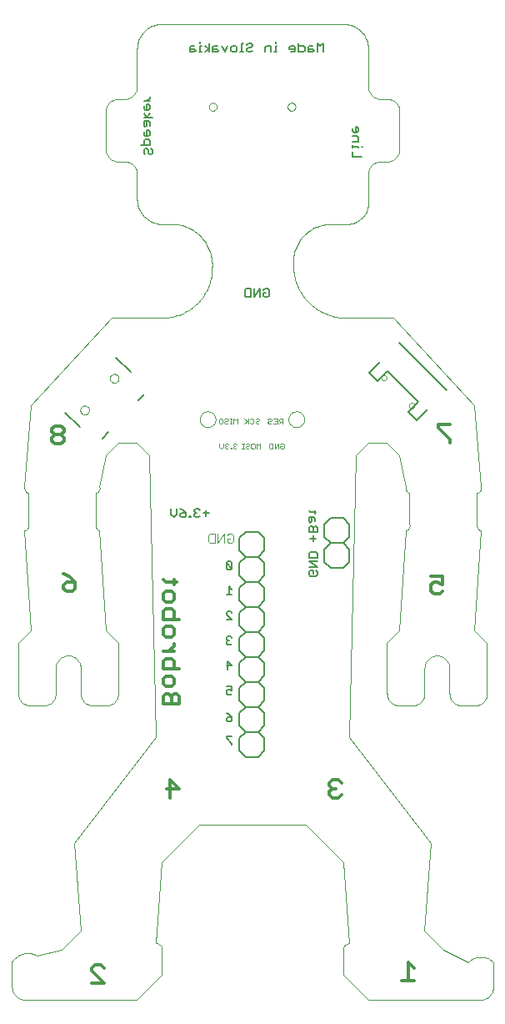
<source format=gbo>
G75*
%MOIN*%
%OFA0B0*%
%FSLAX24Y24*%
%IPPOS*%
%LPD*%
%AMOC8*
5,1,8,0,0,1.08239X$1,22.5*
%
%ADD10C,0.0020*%
%ADD11C,0.0060*%
%ADD12C,0.0040*%
%ADD13C,0.0000*%
%ADD14C,0.0140*%
%ADD15C,0.0050*%
%ADD16C,0.0120*%
%ADD17C,0.0080*%
D10*
X008472Y022110D02*
X008399Y022184D01*
X008399Y022331D01*
X008545Y022331D02*
X008545Y022184D01*
X008472Y022110D01*
X008620Y022147D02*
X008656Y022110D01*
X008730Y022110D01*
X008766Y022147D01*
X008840Y022147D02*
X008840Y022110D01*
X008877Y022110D01*
X008877Y022147D01*
X008840Y022147D01*
X008951Y022147D02*
X008988Y022110D01*
X009061Y022110D01*
X009098Y022147D01*
X009024Y022221D02*
X008988Y022221D01*
X008951Y022184D01*
X008951Y022147D01*
X008988Y022221D02*
X008951Y022257D01*
X008951Y022294D01*
X008988Y022331D01*
X009061Y022331D01*
X009098Y022294D01*
X009299Y022331D02*
X009372Y022331D01*
X009336Y022331D02*
X009336Y022110D01*
X009372Y022110D02*
X009299Y022110D01*
X009447Y022147D02*
X009483Y022110D01*
X009557Y022110D01*
X009593Y022147D01*
X009668Y022147D02*
X009668Y022294D01*
X009704Y022331D01*
X009778Y022331D01*
X009814Y022294D01*
X009814Y022147D01*
X009778Y022110D01*
X009704Y022110D01*
X009668Y022147D01*
X009593Y022257D02*
X009557Y022221D01*
X009483Y022221D01*
X009447Y022184D01*
X009447Y022147D01*
X009447Y022294D02*
X009483Y022331D01*
X009557Y022331D01*
X009593Y022294D01*
X009593Y022257D01*
X009889Y022331D02*
X009889Y022110D01*
X010035Y022110D02*
X010035Y022331D01*
X009962Y022257D01*
X009889Y022331D01*
X010384Y022294D02*
X010421Y022331D01*
X010531Y022331D01*
X010531Y022110D01*
X010421Y022110D01*
X010384Y022147D01*
X010384Y022294D01*
X010605Y022331D02*
X010605Y022110D01*
X010752Y022331D01*
X010752Y022110D01*
X010826Y022147D02*
X010826Y022221D01*
X010899Y022221D01*
X010826Y022294D02*
X010863Y022331D01*
X010936Y022331D01*
X010973Y022294D01*
X010973Y022147D01*
X010936Y022110D01*
X010863Y022110D01*
X010826Y022147D01*
X010776Y023110D02*
X010849Y023184D01*
X010813Y023184D02*
X010923Y023184D01*
X010923Y023110D02*
X010923Y023331D01*
X010813Y023331D01*
X010776Y023294D01*
X010776Y023221D01*
X010813Y023184D01*
X010702Y023221D02*
X010628Y023221D01*
X010555Y023331D02*
X010702Y023331D01*
X010702Y023110D01*
X010555Y023110D01*
X010481Y023147D02*
X010444Y023110D01*
X010371Y023110D01*
X010334Y023147D01*
X010334Y023184D01*
X010371Y023221D01*
X010444Y023221D01*
X010481Y023257D01*
X010481Y023294D01*
X010444Y023331D01*
X010371Y023331D01*
X010334Y023294D01*
X009985Y023294D02*
X009985Y023257D01*
X009949Y023221D01*
X009875Y023221D01*
X009839Y023184D01*
X009839Y023147D01*
X009875Y023110D01*
X009949Y023110D01*
X009985Y023147D01*
X009985Y023294D02*
X009949Y023331D01*
X009875Y023331D01*
X009839Y023294D01*
X009764Y023294D02*
X009764Y023147D01*
X009728Y023110D01*
X009654Y023110D01*
X009618Y023147D01*
X009543Y023110D02*
X009543Y023331D01*
X009618Y023294D02*
X009654Y023331D01*
X009728Y023331D01*
X009764Y023294D01*
X009543Y023184D02*
X009397Y023331D01*
X009507Y023221D02*
X009397Y023110D01*
X009110Y023110D02*
X009110Y023331D01*
X009037Y023257D01*
X008964Y023331D01*
X008964Y023110D01*
X008889Y023110D02*
X008816Y023110D01*
X008853Y023110D02*
X008853Y023331D01*
X008889Y023331D02*
X008816Y023331D01*
X008742Y023294D02*
X008742Y023257D01*
X008705Y023221D01*
X008632Y023221D01*
X008595Y023184D01*
X008595Y023147D01*
X008632Y023110D01*
X008705Y023110D01*
X008742Y023147D01*
X008742Y023294D02*
X008705Y023331D01*
X008632Y023331D01*
X008595Y023294D01*
X008521Y023294D02*
X008521Y023147D01*
X008484Y023110D01*
X008411Y023110D01*
X008374Y023147D01*
X008374Y023294D01*
X008411Y023331D01*
X008484Y023331D01*
X008521Y023294D01*
X008656Y022331D02*
X008620Y022294D01*
X008620Y022257D01*
X008656Y022221D01*
X008620Y022184D01*
X008620Y022147D01*
X008656Y022221D02*
X008693Y022221D01*
X008766Y022294D02*
X008730Y022331D01*
X008656Y022331D01*
D11*
X009450Y018800D02*
X009200Y018550D01*
X009200Y018050D01*
X009450Y017800D01*
X009200Y017550D01*
X009200Y017050D01*
X009450Y016800D01*
X009950Y016800D01*
X010200Y017050D01*
X010200Y017550D01*
X009950Y017800D01*
X010200Y018050D01*
X010200Y018550D01*
X009950Y018800D01*
X009450Y018800D01*
X009450Y017800D02*
X009950Y017800D01*
X009950Y016800D02*
X010200Y016550D01*
X010200Y016050D01*
X009950Y015800D01*
X010200Y015550D01*
X010200Y015050D01*
X009950Y014800D01*
X010200Y014550D01*
X010200Y014050D01*
X009950Y013800D01*
X009450Y013800D01*
X009200Y014050D01*
X009200Y014550D01*
X009450Y014800D01*
X009950Y014800D01*
X009950Y013800D02*
X010200Y013550D01*
X010200Y013050D01*
X009950Y012800D01*
X010200Y012550D01*
X010200Y012050D01*
X009950Y011800D01*
X010200Y011550D01*
X010200Y011050D01*
X009950Y010800D01*
X010200Y010550D01*
X010200Y010050D01*
X009950Y009800D01*
X009450Y009800D01*
X009200Y010050D01*
X009200Y010550D01*
X009450Y010800D01*
X009950Y010800D01*
X009450Y010800D02*
X009200Y011050D01*
X009200Y011550D01*
X009450Y011800D01*
X009950Y011800D01*
X009950Y012800D02*
X009450Y012800D01*
X009200Y012550D01*
X009200Y012050D01*
X009450Y011800D01*
X008901Y011383D02*
X008901Y011269D01*
X008845Y011213D01*
X008731Y011213D01*
X008674Y011269D01*
X008674Y011326D01*
X008731Y011383D01*
X008901Y011383D01*
X008788Y011496D01*
X008674Y011553D01*
X008731Y012275D02*
X008845Y012275D01*
X008901Y012332D01*
X008901Y012445D02*
X008788Y012502D01*
X008731Y012502D01*
X008674Y012445D01*
X008674Y012332D01*
X008731Y012275D01*
X008901Y012445D02*
X008901Y012615D01*
X008674Y012615D01*
X008731Y013275D02*
X008731Y013615D01*
X008901Y013445D01*
X008674Y013445D01*
X009200Y013550D02*
X009200Y013050D01*
X009450Y012800D01*
X009200Y013550D02*
X009450Y013800D01*
X008901Y014332D02*
X008845Y014275D01*
X008731Y014275D01*
X008674Y014332D01*
X008674Y014389D01*
X008731Y014445D01*
X008788Y014445D01*
X008731Y014445D02*
X008674Y014502D01*
X008674Y014559D01*
X008731Y014615D01*
X008845Y014615D01*
X008901Y014559D01*
X009200Y015050D02*
X009450Y014800D01*
X009200Y015050D02*
X009200Y015550D01*
X009450Y015800D01*
X009950Y015800D01*
X009450Y015800D02*
X009200Y016050D01*
X009200Y016550D01*
X009450Y016800D01*
X008901Y016502D02*
X008788Y016615D01*
X008788Y016275D01*
X008901Y016275D02*
X008674Y016275D01*
X008731Y015615D02*
X008845Y015615D01*
X008901Y015559D01*
X008731Y015615D02*
X008674Y015559D01*
X008674Y015502D01*
X008901Y015275D01*
X008674Y015275D01*
X008731Y017275D02*
X008845Y017275D01*
X008901Y017332D01*
X008674Y017559D01*
X008674Y017332D01*
X008731Y017275D01*
X008901Y017332D02*
X008901Y017559D01*
X008845Y017615D01*
X008731Y017615D01*
X008674Y017559D01*
X008674Y010615D02*
X008674Y010559D01*
X008901Y010332D01*
X008901Y010275D01*
X008901Y010615D02*
X008674Y010615D01*
X012850Y017350D02*
X012600Y017600D01*
X012600Y018100D01*
X012850Y018350D01*
X013350Y018350D01*
X013600Y018100D01*
X013600Y017600D01*
X013350Y017350D01*
X012850Y017350D01*
X012850Y018350D02*
X012600Y018600D01*
X012600Y019100D01*
X012850Y019350D01*
X013350Y019350D01*
X013600Y019100D01*
X013600Y018600D01*
X013350Y018350D01*
D12*
X008942Y018413D02*
X008882Y018353D01*
X008762Y018353D01*
X008702Y018413D01*
X008702Y018533D01*
X008822Y018533D01*
X008942Y018653D02*
X008942Y018413D01*
X008942Y018653D02*
X008882Y018713D01*
X008762Y018713D01*
X008702Y018653D01*
X008574Y018713D02*
X008574Y018353D01*
X008333Y018353D02*
X008333Y018713D01*
X008205Y018713D02*
X008205Y018353D01*
X008025Y018353D01*
X007965Y018413D01*
X007965Y018653D01*
X008025Y018713D01*
X008205Y018713D01*
X008574Y018713D02*
X008333Y018353D01*
D13*
X000100Y001600D02*
X000100Y000600D01*
X000102Y000556D01*
X000108Y000513D01*
X000117Y000471D01*
X000130Y000429D01*
X000147Y000389D01*
X000167Y000350D01*
X000190Y000313D01*
X000217Y000279D01*
X000246Y000246D01*
X000279Y000217D01*
X000313Y000190D01*
X000350Y000167D01*
X000389Y000147D01*
X000429Y000130D01*
X000471Y000117D01*
X000513Y000108D01*
X000556Y000102D01*
X000600Y000100D01*
X005100Y000100D01*
X006100Y001100D01*
X006100Y002100D01*
X006098Y002130D01*
X006093Y002160D01*
X006084Y002189D01*
X006071Y002216D01*
X006056Y002242D01*
X006037Y002266D01*
X006016Y002287D01*
X005992Y002306D01*
X005966Y002321D01*
X005939Y002334D01*
X005910Y002343D01*
X005880Y002348D01*
X005850Y002350D01*
X006100Y005600D01*
X007600Y007100D01*
X011850Y007100D01*
X013350Y005600D01*
X013600Y002350D01*
X013570Y002348D01*
X013540Y002343D01*
X013511Y002334D01*
X013484Y002321D01*
X013458Y002306D01*
X013434Y002287D01*
X013413Y002266D01*
X013394Y002242D01*
X013379Y002216D01*
X013366Y002189D01*
X013357Y002160D01*
X013352Y002130D01*
X013350Y002100D01*
X013350Y001100D01*
X014350Y000100D01*
X018850Y000100D01*
X018894Y000102D01*
X018937Y000108D01*
X018979Y000117D01*
X019021Y000130D01*
X019061Y000147D01*
X019100Y000167D01*
X019137Y000190D01*
X019171Y000217D01*
X019204Y000246D01*
X019233Y000279D01*
X019260Y000313D01*
X019283Y000350D01*
X019303Y000389D01*
X019320Y000429D01*
X019333Y000471D01*
X019342Y000513D01*
X019348Y000556D01*
X019350Y000600D01*
X019350Y001600D01*
X019313Y001634D01*
X019274Y001666D01*
X019232Y001695D01*
X019189Y001721D01*
X019144Y001743D01*
X019097Y001762D01*
X019049Y001778D01*
X019000Y001791D01*
X018951Y001800D01*
X018900Y001805D01*
X018850Y001807D01*
X018800Y001805D01*
X018749Y001800D01*
X018700Y001791D01*
X018651Y001778D01*
X018603Y001762D01*
X018556Y001743D01*
X018511Y001721D01*
X018468Y001695D01*
X018426Y001666D01*
X018387Y001634D01*
X018350Y001600D01*
X017350Y002100D01*
X016600Y002850D01*
X016850Y006350D01*
X013600Y010600D01*
X013850Y021850D01*
X014350Y022350D01*
X015100Y022350D01*
X015600Y021850D01*
X015850Y020600D01*
X015845Y020573D01*
X015844Y020547D01*
X015846Y020520D01*
X015852Y020493D01*
X015861Y020468D01*
X015873Y020444D01*
X015889Y020422D01*
X015907Y020402D01*
X015927Y020384D01*
X015950Y020370D01*
X015974Y020358D01*
X016000Y020350D01*
X016000Y019100D01*
X016005Y019073D01*
X016006Y019047D01*
X016004Y019020D01*
X015998Y018993D01*
X015989Y018968D01*
X015977Y018944D01*
X015961Y018922D01*
X015943Y018902D01*
X015923Y018884D01*
X015900Y018870D01*
X015876Y018858D01*
X015850Y018850D01*
X015600Y014850D01*
X015100Y014350D01*
X015100Y012350D01*
X015102Y012306D01*
X015108Y012263D01*
X015117Y012221D01*
X015130Y012179D01*
X015147Y012139D01*
X015167Y012100D01*
X015190Y012063D01*
X015217Y012029D01*
X015246Y011996D01*
X015279Y011967D01*
X015313Y011940D01*
X015350Y011917D01*
X015389Y011897D01*
X015429Y011880D01*
X015471Y011867D01*
X015513Y011858D01*
X015556Y011852D01*
X015600Y011850D01*
X016100Y011850D01*
X016144Y011852D01*
X016187Y011858D01*
X016229Y011867D01*
X016271Y011880D01*
X016311Y011897D01*
X016350Y011917D01*
X016387Y011940D01*
X016421Y011967D01*
X016454Y011996D01*
X016483Y012029D01*
X016510Y012063D01*
X016533Y012100D01*
X016553Y012139D01*
X016570Y012179D01*
X016583Y012221D01*
X016592Y012263D01*
X016598Y012306D01*
X016600Y012350D01*
X016600Y013350D01*
X017100Y013850D02*
X017144Y013848D01*
X017187Y013842D01*
X017229Y013833D01*
X017271Y013820D01*
X017311Y013803D01*
X017350Y013783D01*
X017387Y013760D01*
X017421Y013733D01*
X017454Y013704D01*
X017483Y013671D01*
X017510Y013637D01*
X017533Y013600D01*
X017553Y013561D01*
X017570Y013521D01*
X017583Y013479D01*
X017592Y013437D01*
X017598Y013394D01*
X017600Y013350D01*
X017600Y012350D01*
X017602Y012306D01*
X017608Y012263D01*
X017617Y012221D01*
X017630Y012179D01*
X017647Y012139D01*
X017667Y012100D01*
X017690Y012063D01*
X017717Y012029D01*
X017746Y011996D01*
X017779Y011967D01*
X017813Y011940D01*
X017850Y011917D01*
X017889Y011897D01*
X017929Y011880D01*
X017971Y011867D01*
X018013Y011858D01*
X018056Y011852D01*
X018100Y011850D01*
X018600Y011850D01*
X018644Y011852D01*
X018687Y011858D01*
X018729Y011867D01*
X018771Y011880D01*
X018811Y011897D01*
X018850Y011917D01*
X018887Y011940D01*
X018921Y011967D01*
X018954Y011996D01*
X018983Y012029D01*
X019010Y012063D01*
X019033Y012100D01*
X019053Y012139D01*
X019070Y012179D01*
X019083Y012221D01*
X019092Y012263D01*
X019098Y012306D01*
X019100Y012350D01*
X019100Y014350D01*
X018600Y014850D01*
X018850Y018850D01*
X018824Y018858D01*
X018800Y018870D01*
X018777Y018884D01*
X018757Y018902D01*
X018739Y018922D01*
X018723Y018944D01*
X018711Y018968D01*
X018702Y018993D01*
X018696Y019020D01*
X018694Y019047D01*
X018695Y019073D01*
X018700Y019100D01*
X018700Y020350D01*
X018726Y020358D01*
X018750Y020370D01*
X018773Y020384D01*
X018793Y020402D01*
X018811Y020422D01*
X018827Y020444D01*
X018839Y020468D01*
X018848Y020493D01*
X018854Y020520D01*
X018856Y020547D01*
X018855Y020573D01*
X018850Y020600D01*
X018600Y023850D01*
X015350Y027350D01*
X013350Y027350D01*
X013260Y027357D01*
X013170Y027368D01*
X013081Y027383D01*
X012993Y027401D01*
X012905Y027424D01*
X012818Y027450D01*
X012733Y027479D01*
X012649Y027513D01*
X012567Y027550D01*
X012486Y027590D01*
X012407Y027634D01*
X012329Y027681D01*
X012254Y027731D01*
X012181Y027784D01*
X012111Y027841D01*
X012043Y027900D01*
X011977Y027962D01*
X011914Y028027D01*
X011854Y028095D01*
X011797Y028165D01*
X011743Y028237D01*
X011692Y028312D01*
X011644Y028388D01*
X011600Y028467D01*
X011559Y028548D01*
X011521Y028630D01*
X011487Y028713D01*
X011456Y028799D01*
X011429Y028885D01*
X011406Y028972D01*
X011387Y029060D01*
X011371Y029149D01*
X011359Y029239D01*
X011351Y029329D01*
X011347Y029419D01*
X011346Y029510D01*
X011350Y029600D01*
X011352Y029676D01*
X011358Y029752D01*
X011367Y029827D01*
X011381Y029902D01*
X011398Y029976D01*
X011419Y030049D01*
X011443Y030121D01*
X011472Y030192D01*
X011503Y030261D01*
X011538Y030328D01*
X011577Y030393D01*
X011619Y030457D01*
X011664Y030518D01*
X011712Y030577D01*
X011763Y030633D01*
X011817Y030687D01*
X011873Y030738D01*
X011932Y030786D01*
X011993Y030831D01*
X012057Y030873D01*
X012122Y030912D01*
X012189Y030947D01*
X012258Y030978D01*
X012329Y031007D01*
X012401Y031031D01*
X012474Y031052D01*
X012548Y031069D01*
X012623Y031083D01*
X012698Y031092D01*
X012774Y031098D01*
X012850Y031100D01*
X013600Y031100D01*
X013657Y031110D01*
X013713Y031124D01*
X013768Y031141D01*
X013822Y031162D01*
X013875Y031187D01*
X013925Y031214D01*
X013974Y031245D01*
X014021Y031280D01*
X014065Y031317D01*
X014107Y031357D01*
X014146Y031399D01*
X014182Y031445D01*
X014215Y031492D01*
X014245Y031541D01*
X014272Y031593D01*
X014295Y031646D01*
X014315Y031700D01*
X014331Y031756D01*
X014344Y031812D01*
X014353Y031869D01*
X014358Y031927D01*
X014359Y031985D01*
X014356Y032043D01*
X014350Y032100D01*
X014350Y033100D01*
X014352Y033144D01*
X014358Y033187D01*
X014367Y033229D01*
X014380Y033271D01*
X014397Y033311D01*
X014417Y033350D01*
X014440Y033387D01*
X014467Y033421D01*
X014496Y033454D01*
X014529Y033483D01*
X014563Y033510D01*
X014600Y033533D01*
X014639Y033553D01*
X014679Y033570D01*
X014721Y033583D01*
X014763Y033592D01*
X014806Y033598D01*
X014850Y033600D01*
X015100Y033600D01*
X015144Y033602D01*
X015187Y033608D01*
X015229Y033617D01*
X015271Y033630D01*
X015311Y033647D01*
X015350Y033667D01*
X015387Y033690D01*
X015421Y033717D01*
X015454Y033746D01*
X015483Y033779D01*
X015510Y033813D01*
X015533Y033850D01*
X015553Y033889D01*
X015570Y033929D01*
X015583Y033971D01*
X015592Y034013D01*
X015598Y034056D01*
X015600Y034100D01*
X015600Y035600D01*
X015598Y035644D01*
X015592Y035687D01*
X015583Y035729D01*
X015570Y035771D01*
X015553Y035811D01*
X015533Y035850D01*
X015510Y035887D01*
X015483Y035921D01*
X015454Y035954D01*
X015421Y035983D01*
X015387Y036010D01*
X015350Y036033D01*
X015311Y036053D01*
X015271Y036070D01*
X015229Y036083D01*
X015187Y036092D01*
X015144Y036098D01*
X015100Y036100D01*
X014850Y036100D01*
X014806Y036102D01*
X014763Y036108D01*
X014721Y036117D01*
X014679Y036130D01*
X014639Y036147D01*
X014600Y036167D01*
X014563Y036190D01*
X014529Y036217D01*
X014496Y036246D01*
X014467Y036279D01*
X014440Y036313D01*
X014417Y036350D01*
X014397Y036389D01*
X014380Y036429D01*
X014367Y036471D01*
X014358Y036513D01*
X014352Y036556D01*
X014350Y036600D01*
X014350Y038100D01*
X014348Y038160D01*
X014343Y038221D01*
X014334Y038280D01*
X014321Y038339D01*
X014305Y038398D01*
X014285Y038455D01*
X014262Y038510D01*
X014235Y038565D01*
X014206Y038617D01*
X014173Y038668D01*
X014137Y038717D01*
X014099Y038763D01*
X014057Y038807D01*
X014013Y038849D01*
X013967Y038887D01*
X013918Y038923D01*
X013867Y038956D01*
X013815Y038985D01*
X013760Y039012D01*
X013705Y039035D01*
X013648Y039055D01*
X013589Y039071D01*
X013530Y039084D01*
X013471Y039093D01*
X013410Y039098D01*
X013350Y039100D01*
X006100Y039100D01*
X006040Y039098D01*
X005979Y039093D01*
X005920Y039084D01*
X005861Y039071D01*
X005802Y039055D01*
X005745Y039035D01*
X005690Y039012D01*
X005635Y038985D01*
X005583Y038956D01*
X005532Y038923D01*
X005483Y038887D01*
X005437Y038849D01*
X005393Y038807D01*
X005351Y038763D01*
X005313Y038717D01*
X005277Y038668D01*
X005244Y038617D01*
X005215Y038565D01*
X005188Y038510D01*
X005165Y038455D01*
X005145Y038398D01*
X005129Y038339D01*
X005116Y038280D01*
X005107Y038221D01*
X005102Y038160D01*
X005100Y038100D01*
X005100Y036600D01*
X005098Y036556D01*
X005092Y036513D01*
X005083Y036471D01*
X005070Y036429D01*
X005053Y036389D01*
X005033Y036350D01*
X005010Y036313D01*
X004983Y036279D01*
X004954Y036246D01*
X004921Y036217D01*
X004887Y036190D01*
X004850Y036167D01*
X004811Y036147D01*
X004771Y036130D01*
X004729Y036117D01*
X004687Y036108D01*
X004644Y036102D01*
X004600Y036100D01*
X004350Y036100D01*
X004306Y036098D01*
X004263Y036092D01*
X004221Y036083D01*
X004179Y036070D01*
X004139Y036053D01*
X004100Y036033D01*
X004063Y036010D01*
X004029Y035983D01*
X003996Y035954D01*
X003967Y035921D01*
X003940Y035887D01*
X003917Y035850D01*
X003897Y035811D01*
X003880Y035771D01*
X003867Y035729D01*
X003858Y035687D01*
X003852Y035644D01*
X003850Y035600D01*
X003850Y034100D01*
X003852Y034056D01*
X003858Y034013D01*
X003867Y033971D01*
X003880Y033929D01*
X003897Y033889D01*
X003917Y033850D01*
X003940Y033813D01*
X003967Y033779D01*
X003996Y033746D01*
X004029Y033717D01*
X004063Y033690D01*
X004100Y033667D01*
X004139Y033647D01*
X004179Y033630D01*
X004221Y033617D01*
X004263Y033608D01*
X004306Y033602D01*
X004350Y033600D01*
X004600Y033600D01*
X004644Y033598D01*
X004687Y033592D01*
X004729Y033583D01*
X004771Y033570D01*
X004811Y033553D01*
X004850Y033533D01*
X004887Y033510D01*
X004921Y033483D01*
X004954Y033454D01*
X004983Y033421D01*
X005010Y033387D01*
X005033Y033350D01*
X005053Y033311D01*
X005070Y033271D01*
X005083Y033229D01*
X005092Y033187D01*
X005098Y033144D01*
X005100Y033100D01*
X005100Y032100D01*
X005102Y032040D01*
X005107Y031979D01*
X005116Y031920D01*
X005129Y031861D01*
X005145Y031802D01*
X005165Y031745D01*
X005188Y031690D01*
X005215Y031635D01*
X005244Y031583D01*
X005277Y031532D01*
X005313Y031483D01*
X005351Y031437D01*
X005393Y031393D01*
X005437Y031351D01*
X005483Y031313D01*
X005532Y031277D01*
X005583Y031244D01*
X005635Y031215D01*
X005690Y031188D01*
X005745Y031165D01*
X005802Y031145D01*
X005861Y031129D01*
X005920Y031116D01*
X005979Y031107D01*
X006040Y031102D01*
X006100Y031100D01*
X006600Y031100D01*
X006680Y031092D01*
X006759Y031080D01*
X006837Y031064D01*
X006915Y031045D01*
X006991Y031021D01*
X007066Y030994D01*
X007140Y030963D01*
X007212Y030929D01*
X007283Y030891D01*
X007351Y030849D01*
X007418Y030805D01*
X007482Y030757D01*
X007544Y030706D01*
X007603Y030652D01*
X007659Y030595D01*
X007713Y030536D01*
X007763Y030474D01*
X007811Y030409D01*
X007855Y030343D01*
X007896Y030274D01*
X007933Y030203D01*
X007967Y030131D01*
X007998Y030057D01*
X008024Y029981D01*
X008047Y029905D01*
X008067Y029827D01*
X008082Y029749D01*
X008093Y029669D01*
X008101Y029590D01*
X008105Y029510D01*
X008104Y029430D01*
X008100Y029350D01*
X008098Y029263D01*
X008092Y029176D01*
X008083Y029089D01*
X008070Y029003D01*
X008053Y028917D01*
X008032Y028832D01*
X008007Y028749D01*
X007979Y028666D01*
X007948Y028585D01*
X007913Y028505D01*
X007874Y028427D01*
X007832Y028350D01*
X007787Y028275D01*
X007738Y028203D01*
X007687Y028132D01*
X007632Y028064D01*
X007575Y027999D01*
X007514Y027936D01*
X007451Y027875D01*
X007386Y027818D01*
X007318Y027763D01*
X007247Y027712D01*
X007175Y027663D01*
X007100Y027618D01*
X007023Y027576D01*
X006945Y027537D01*
X006865Y027502D01*
X006784Y027471D01*
X006701Y027443D01*
X006618Y027418D01*
X006533Y027397D01*
X006447Y027380D01*
X006361Y027367D01*
X006274Y027358D01*
X006187Y027352D01*
X006100Y027350D01*
X004100Y027350D01*
X000850Y023850D01*
X000600Y020600D01*
X000595Y020573D01*
X000594Y020547D01*
X000596Y020520D01*
X000602Y020493D01*
X000611Y020468D01*
X000623Y020444D01*
X000639Y020422D01*
X000657Y020402D01*
X000677Y020384D01*
X000700Y020370D01*
X000724Y020358D01*
X000750Y020350D01*
X000750Y019100D01*
X000755Y019073D01*
X000756Y019047D01*
X000754Y019020D01*
X000748Y018993D01*
X000739Y018968D01*
X000727Y018944D01*
X000711Y018922D01*
X000693Y018902D01*
X000673Y018884D01*
X000650Y018870D01*
X000626Y018858D01*
X000600Y018850D01*
X000850Y014850D01*
X000350Y014350D01*
X000350Y012350D01*
X000352Y012306D01*
X000358Y012263D01*
X000367Y012221D01*
X000380Y012179D01*
X000397Y012139D01*
X000417Y012100D01*
X000440Y012063D01*
X000467Y012029D01*
X000496Y011996D01*
X000529Y011967D01*
X000563Y011940D01*
X000600Y011917D01*
X000639Y011897D01*
X000679Y011880D01*
X000721Y011867D01*
X000763Y011858D01*
X000806Y011852D01*
X000850Y011850D01*
X001350Y011850D01*
X001394Y011852D01*
X001437Y011858D01*
X001479Y011867D01*
X001521Y011880D01*
X001561Y011897D01*
X001600Y011917D01*
X001637Y011940D01*
X001671Y011967D01*
X001704Y011996D01*
X001733Y012029D01*
X001760Y012063D01*
X001783Y012100D01*
X001803Y012139D01*
X001820Y012179D01*
X001833Y012221D01*
X001842Y012263D01*
X001848Y012306D01*
X001850Y012350D01*
X001850Y013350D01*
X001852Y013394D01*
X001858Y013437D01*
X001867Y013479D01*
X001880Y013521D01*
X001897Y013561D01*
X001917Y013600D01*
X001940Y013637D01*
X001967Y013671D01*
X001996Y013704D01*
X002029Y013733D01*
X002063Y013760D01*
X002100Y013783D01*
X002139Y013803D01*
X002179Y013820D01*
X002221Y013833D01*
X002263Y013842D01*
X002306Y013848D01*
X002350Y013850D01*
X002394Y013848D01*
X002437Y013842D01*
X002479Y013833D01*
X002521Y013820D01*
X002561Y013803D01*
X002600Y013783D01*
X002637Y013760D01*
X002671Y013733D01*
X002704Y013704D01*
X002733Y013671D01*
X002760Y013637D01*
X002783Y013600D01*
X002803Y013561D01*
X002820Y013521D01*
X002833Y013479D01*
X002842Y013437D01*
X002848Y013394D01*
X002850Y013350D01*
X002850Y012350D01*
X002852Y012306D01*
X002858Y012263D01*
X002867Y012221D01*
X002880Y012179D01*
X002897Y012139D01*
X002917Y012100D01*
X002940Y012063D01*
X002967Y012029D01*
X002996Y011996D01*
X003029Y011967D01*
X003063Y011940D01*
X003100Y011917D01*
X003139Y011897D01*
X003179Y011880D01*
X003221Y011867D01*
X003263Y011858D01*
X003306Y011852D01*
X003350Y011850D01*
X003850Y011850D01*
X003894Y011852D01*
X003937Y011858D01*
X003979Y011867D01*
X004021Y011880D01*
X004061Y011897D01*
X004100Y011917D01*
X004137Y011940D01*
X004171Y011967D01*
X004204Y011996D01*
X004233Y012029D01*
X004260Y012063D01*
X004283Y012100D01*
X004303Y012139D01*
X004320Y012179D01*
X004333Y012221D01*
X004342Y012263D01*
X004348Y012306D01*
X004350Y012350D01*
X004350Y014350D01*
X003850Y014850D01*
X003600Y018850D01*
X003574Y018858D01*
X003550Y018870D01*
X003527Y018884D01*
X003507Y018902D01*
X003489Y018922D01*
X003473Y018944D01*
X003461Y018968D01*
X003452Y018993D01*
X003446Y019020D01*
X003444Y019047D01*
X003445Y019073D01*
X003450Y019100D01*
X003450Y020350D01*
X003476Y020358D01*
X003500Y020370D01*
X003523Y020384D01*
X003543Y020402D01*
X003561Y020422D01*
X003577Y020444D01*
X003589Y020468D01*
X003598Y020493D01*
X003604Y020520D01*
X003606Y020547D01*
X003605Y020573D01*
X003600Y020600D01*
X003850Y021850D01*
X004350Y022350D01*
X005100Y022350D01*
X005600Y021850D01*
X005850Y010600D01*
X002600Y006350D01*
X002850Y002850D01*
X002100Y002100D01*
X001100Y001850D01*
X001055Y001875D01*
X001007Y001897D01*
X000959Y001916D01*
X000909Y001930D01*
X000858Y001942D01*
X000806Y001949D01*
X000755Y001953D01*
X000703Y001954D01*
X000651Y001950D01*
X000599Y001943D01*
X000548Y001932D01*
X000498Y001918D01*
X000449Y001900D01*
X000402Y001878D01*
X000356Y001854D01*
X000312Y001826D01*
X000270Y001795D01*
X000231Y001761D01*
X000194Y001724D01*
X000160Y001685D01*
X000128Y001644D01*
X000100Y001600D01*
X007613Y023300D02*
X007615Y023335D01*
X007621Y023370D01*
X007631Y023404D01*
X007644Y023437D01*
X007661Y023468D01*
X007682Y023496D01*
X007705Y023523D01*
X007732Y023546D01*
X007760Y023567D01*
X007791Y023584D01*
X007824Y023597D01*
X007858Y023607D01*
X007893Y023613D01*
X007928Y023615D01*
X007963Y023613D01*
X007998Y023607D01*
X008032Y023597D01*
X008065Y023584D01*
X008096Y023567D01*
X008124Y023546D01*
X008151Y023523D01*
X008174Y023496D01*
X008195Y023468D01*
X008212Y023437D01*
X008225Y023404D01*
X008235Y023370D01*
X008241Y023335D01*
X008243Y023300D01*
X008241Y023265D01*
X008235Y023230D01*
X008225Y023196D01*
X008212Y023163D01*
X008195Y023132D01*
X008174Y023104D01*
X008151Y023077D01*
X008124Y023054D01*
X008096Y023033D01*
X008065Y023016D01*
X008032Y023003D01*
X007998Y022993D01*
X007963Y022987D01*
X007928Y022985D01*
X007893Y022987D01*
X007858Y022993D01*
X007824Y023003D01*
X007791Y023016D01*
X007760Y023033D01*
X007732Y023054D01*
X007705Y023077D01*
X007682Y023104D01*
X007661Y023132D01*
X007644Y023163D01*
X007631Y023196D01*
X007621Y023230D01*
X007615Y023265D01*
X007613Y023300D01*
X004014Y024933D02*
X004016Y024959D01*
X004022Y024985D01*
X004032Y025010D01*
X004045Y025033D01*
X004061Y025053D01*
X004081Y025071D01*
X004103Y025086D01*
X004126Y025098D01*
X004152Y025106D01*
X004178Y025110D01*
X004204Y025110D01*
X004230Y025106D01*
X004256Y025098D01*
X004280Y025086D01*
X004301Y025071D01*
X004321Y025053D01*
X004337Y025033D01*
X004350Y025010D01*
X004360Y024985D01*
X004366Y024959D01*
X004368Y024933D01*
X004366Y024907D01*
X004360Y024881D01*
X004350Y024856D01*
X004337Y024833D01*
X004321Y024813D01*
X004301Y024795D01*
X004279Y024780D01*
X004256Y024768D01*
X004230Y024760D01*
X004204Y024756D01*
X004178Y024756D01*
X004152Y024760D01*
X004126Y024768D01*
X004102Y024780D01*
X004081Y024795D01*
X004061Y024813D01*
X004045Y024833D01*
X004032Y024856D01*
X004022Y024881D01*
X004016Y024907D01*
X004014Y024933D01*
X002832Y023667D02*
X002834Y023693D01*
X002840Y023719D01*
X002850Y023744D01*
X002863Y023767D01*
X002879Y023787D01*
X002899Y023805D01*
X002921Y023820D01*
X002944Y023832D01*
X002970Y023840D01*
X002996Y023844D01*
X003022Y023844D01*
X003048Y023840D01*
X003074Y023832D01*
X003098Y023820D01*
X003119Y023805D01*
X003139Y023787D01*
X003155Y023767D01*
X003168Y023744D01*
X003178Y023719D01*
X003184Y023693D01*
X003186Y023667D01*
X003184Y023641D01*
X003178Y023615D01*
X003168Y023590D01*
X003155Y023567D01*
X003139Y023547D01*
X003119Y023529D01*
X003097Y023514D01*
X003074Y023502D01*
X003048Y023494D01*
X003022Y023490D01*
X002996Y023490D01*
X002970Y023494D01*
X002944Y023502D01*
X002920Y023514D01*
X002899Y023529D01*
X002879Y023547D01*
X002863Y023567D01*
X002850Y023590D01*
X002840Y023615D01*
X002834Y023641D01*
X002832Y023667D01*
X007973Y035788D02*
X007975Y035813D01*
X007981Y035837D01*
X007990Y035859D01*
X008003Y035880D01*
X008019Y035899D01*
X008038Y035915D01*
X008059Y035928D01*
X008081Y035937D01*
X008105Y035943D01*
X008130Y035945D01*
X008155Y035943D01*
X008179Y035937D01*
X008201Y035928D01*
X008222Y035915D01*
X008241Y035899D01*
X008257Y035880D01*
X008270Y035859D01*
X008279Y035837D01*
X008285Y035813D01*
X008287Y035788D01*
X008285Y035763D01*
X008279Y035739D01*
X008270Y035717D01*
X008257Y035696D01*
X008241Y035677D01*
X008222Y035661D01*
X008201Y035648D01*
X008179Y035639D01*
X008155Y035633D01*
X008130Y035631D01*
X008105Y035633D01*
X008081Y035639D01*
X008059Y035648D01*
X008038Y035661D01*
X008019Y035677D01*
X008003Y035696D01*
X007990Y035717D01*
X007981Y035739D01*
X007975Y035763D01*
X007973Y035788D01*
X011123Y035788D02*
X011125Y035813D01*
X011131Y035837D01*
X011140Y035859D01*
X011153Y035880D01*
X011169Y035899D01*
X011188Y035915D01*
X011209Y035928D01*
X011231Y035937D01*
X011255Y035943D01*
X011280Y035945D01*
X011305Y035943D01*
X011329Y035937D01*
X011351Y035928D01*
X011372Y035915D01*
X011391Y035899D01*
X011407Y035880D01*
X011420Y035859D01*
X011429Y035837D01*
X011435Y035813D01*
X011437Y035788D01*
X011435Y035763D01*
X011429Y035739D01*
X011420Y035717D01*
X011407Y035696D01*
X011391Y035677D01*
X011372Y035661D01*
X011351Y035648D01*
X011329Y035639D01*
X011305Y035633D01*
X011280Y035631D01*
X011255Y035633D01*
X011231Y035639D01*
X011209Y035648D01*
X011188Y035661D01*
X011169Y035677D01*
X011153Y035696D01*
X011140Y035717D01*
X011131Y035739D01*
X011125Y035763D01*
X011123Y035788D01*
X014867Y024958D02*
X014869Y024978D01*
X014875Y024998D01*
X014884Y025016D01*
X014897Y025033D01*
X014912Y025046D01*
X014930Y025056D01*
X014950Y025063D01*
X014970Y025066D01*
X014990Y025065D01*
X015010Y025060D01*
X015029Y025052D01*
X015046Y025040D01*
X015060Y025025D01*
X015071Y025007D01*
X015079Y024988D01*
X015083Y024968D01*
X015083Y024948D01*
X015079Y024928D01*
X015071Y024909D01*
X015060Y024891D01*
X015046Y024876D01*
X015029Y024864D01*
X015010Y024856D01*
X014990Y024851D01*
X014970Y024850D01*
X014950Y024853D01*
X014930Y024860D01*
X014912Y024870D01*
X014897Y024883D01*
X014884Y024900D01*
X014875Y024918D01*
X014869Y024938D01*
X014867Y024958D01*
X015980Y023845D02*
X015982Y023865D01*
X015988Y023885D01*
X015997Y023903D01*
X016010Y023920D01*
X016025Y023933D01*
X016043Y023943D01*
X016063Y023950D01*
X016083Y023953D01*
X016103Y023952D01*
X016123Y023947D01*
X016142Y023939D01*
X016159Y023927D01*
X016173Y023912D01*
X016184Y023894D01*
X016192Y023875D01*
X016196Y023855D01*
X016196Y023835D01*
X016192Y023815D01*
X016184Y023796D01*
X016173Y023778D01*
X016159Y023763D01*
X016142Y023751D01*
X016123Y023743D01*
X016103Y023738D01*
X016083Y023737D01*
X016063Y023740D01*
X016043Y023747D01*
X016025Y023757D01*
X016010Y023770D01*
X015997Y023787D01*
X015988Y023805D01*
X015982Y023825D01*
X015980Y023845D01*
X011157Y023300D02*
X011159Y023335D01*
X011165Y023370D01*
X011175Y023404D01*
X011188Y023437D01*
X011205Y023468D01*
X011226Y023496D01*
X011249Y023523D01*
X011276Y023546D01*
X011304Y023567D01*
X011335Y023584D01*
X011368Y023597D01*
X011402Y023607D01*
X011437Y023613D01*
X011472Y023615D01*
X011507Y023613D01*
X011542Y023607D01*
X011576Y023597D01*
X011609Y023584D01*
X011640Y023567D01*
X011668Y023546D01*
X011695Y023523D01*
X011718Y023496D01*
X011739Y023468D01*
X011756Y023437D01*
X011769Y023404D01*
X011779Y023370D01*
X011785Y023335D01*
X011787Y023300D01*
X011785Y023265D01*
X011779Y023230D01*
X011769Y023196D01*
X011756Y023163D01*
X011739Y023132D01*
X011718Y023104D01*
X011695Y023077D01*
X011668Y023054D01*
X011640Y023033D01*
X011609Y023016D01*
X011576Y023003D01*
X011542Y022993D01*
X011507Y022987D01*
X011472Y022985D01*
X011437Y022987D01*
X011402Y022993D01*
X011368Y023003D01*
X011335Y023016D01*
X011304Y023033D01*
X011276Y023054D01*
X011249Y023077D01*
X011226Y023104D01*
X011205Y023132D01*
X011188Y023163D01*
X011175Y023196D01*
X011165Y023230D01*
X011159Y023265D01*
X011157Y023300D01*
X017100Y013850D02*
X017056Y013848D01*
X017013Y013842D01*
X016971Y013833D01*
X016929Y013820D01*
X016889Y013803D01*
X016850Y013783D01*
X016813Y013760D01*
X016779Y013733D01*
X016746Y013704D01*
X016717Y013671D01*
X016690Y013637D01*
X016667Y013600D01*
X016647Y013561D01*
X016630Y013521D01*
X016617Y013479D01*
X016608Y013437D01*
X016602Y013394D01*
X016600Y013350D01*
D14*
X016970Y016320D02*
X016850Y016440D01*
X016850Y016680D01*
X016970Y016800D01*
X017090Y016800D01*
X017330Y016680D01*
X017330Y017041D01*
X016850Y017041D01*
X016970Y016320D02*
X017210Y016320D01*
X017330Y016440D01*
X017630Y022370D02*
X017630Y022490D01*
X017150Y022971D01*
X017150Y023091D01*
X017630Y023091D01*
X013160Y008891D02*
X012920Y008891D01*
X012800Y008771D01*
X012800Y008650D01*
X012920Y008530D01*
X012800Y008410D01*
X012800Y008290D01*
X012920Y008170D01*
X013160Y008170D01*
X013280Y008290D01*
X013040Y008530D02*
X012920Y008530D01*
X013280Y008771D02*
X013160Y008891D01*
X015940Y001591D02*
X015940Y000870D01*
X016180Y000870D02*
X015700Y000870D01*
X016180Y001350D02*
X015940Y001591D01*
X006780Y008530D02*
X006300Y008530D01*
X006420Y008170D02*
X006420Y008891D01*
X006780Y008530D01*
X003660Y001491D02*
X003420Y001491D01*
X003300Y001371D01*
X003300Y001250D01*
X003780Y000770D01*
X003300Y000770D01*
X003780Y001371D02*
X003660Y001491D01*
X002510Y016420D02*
X002270Y016420D01*
X002150Y016540D01*
X002150Y016660D01*
X002270Y016780D01*
X002630Y016780D01*
X002630Y016540D01*
X002510Y016420D01*
X002630Y016780D02*
X002390Y017021D01*
X002150Y017141D01*
X002060Y022320D02*
X001820Y022320D01*
X001700Y022440D01*
X001700Y022560D01*
X001820Y022680D01*
X002060Y022680D01*
X002180Y022800D01*
X002180Y022921D01*
X002060Y023041D01*
X001820Y023041D01*
X001700Y022921D01*
X001700Y022800D01*
X001820Y022680D01*
X002060Y022680D02*
X002180Y022560D01*
X002180Y022440D01*
X002060Y022320D01*
D15*
X006460Y019725D02*
X006460Y019492D01*
X006577Y019375D01*
X006693Y019492D01*
X006693Y019725D01*
X006828Y019725D02*
X006945Y019667D01*
X007062Y019550D01*
X006886Y019550D01*
X006828Y019492D01*
X006828Y019433D01*
X006886Y019375D01*
X007003Y019375D01*
X007062Y019433D01*
X007062Y019550D01*
X007187Y019433D02*
X007187Y019375D01*
X007246Y019375D01*
X007246Y019433D01*
X007187Y019433D01*
X007381Y019433D02*
X007439Y019375D01*
X007556Y019375D01*
X007614Y019433D01*
X007497Y019550D02*
X007439Y019550D01*
X007381Y019492D01*
X007381Y019433D01*
X007439Y019550D02*
X007381Y019609D01*
X007381Y019667D01*
X007439Y019725D01*
X007556Y019725D01*
X007614Y019667D01*
X007749Y019550D02*
X007982Y019550D01*
X007866Y019667D02*
X007866Y019433D01*
X011975Y019395D02*
X011975Y019220D01*
X012033Y019161D01*
X012092Y019220D01*
X012092Y019395D01*
X012150Y019395D02*
X011975Y019395D01*
X012150Y019395D02*
X012209Y019336D01*
X012209Y019220D01*
X012209Y019026D02*
X012150Y018968D01*
X012150Y018793D01*
X012150Y018658D02*
X012150Y018425D01*
X012267Y018541D02*
X012033Y018541D01*
X011975Y018793D02*
X011975Y018968D01*
X012033Y019026D01*
X012092Y019026D01*
X012150Y018968D01*
X012209Y019026D02*
X012267Y019026D01*
X012325Y018968D01*
X012325Y018793D01*
X011975Y018793D01*
X012209Y019529D02*
X012209Y019646D01*
X012267Y019588D02*
X012033Y019588D01*
X011975Y019646D01*
X012033Y017990D02*
X012267Y017990D01*
X012325Y017932D01*
X012325Y017757D01*
X011975Y017757D01*
X011975Y017932D01*
X012033Y017990D01*
X011975Y017622D02*
X012325Y017622D01*
X012325Y017388D02*
X011975Y017622D01*
X011975Y017388D02*
X012325Y017388D01*
X012267Y017254D02*
X012325Y017195D01*
X012325Y017078D01*
X012267Y017020D01*
X012033Y017020D01*
X011975Y017078D01*
X011975Y017195D01*
X012033Y017254D01*
X012150Y017254D01*
X012150Y017137D01*
X010322Y028175D02*
X010205Y028175D01*
X010146Y028233D01*
X010146Y028350D01*
X010263Y028350D01*
X010146Y028467D02*
X010205Y028525D01*
X010322Y028525D01*
X010380Y028467D01*
X010380Y028233D01*
X010322Y028175D01*
X010012Y028175D02*
X010012Y028525D01*
X009778Y028175D01*
X009778Y028525D01*
X009643Y028525D02*
X009643Y028175D01*
X009468Y028175D01*
X009410Y028233D01*
X009410Y028467D01*
X009468Y028525D01*
X009643Y028525D01*
X005667Y033875D02*
X005609Y033875D01*
X005550Y033933D01*
X005550Y034050D01*
X005492Y034109D01*
X005433Y034109D01*
X005375Y034050D01*
X005375Y033933D01*
X005433Y033875D01*
X005667Y033875D02*
X005725Y033933D01*
X005725Y034050D01*
X005667Y034109D01*
X005609Y034243D02*
X005609Y034418D01*
X005550Y034477D01*
X005433Y034477D01*
X005375Y034418D01*
X005375Y034243D01*
X005258Y034243D02*
X005609Y034243D01*
X005550Y034612D02*
X005609Y034670D01*
X005609Y034787D01*
X005550Y034845D01*
X005492Y034845D01*
X005492Y034612D01*
X005550Y034612D02*
X005433Y034612D01*
X005375Y034670D01*
X005375Y034787D01*
X005433Y034980D02*
X005492Y035038D01*
X005492Y035213D01*
X005550Y035213D02*
X005375Y035213D01*
X005375Y035038D01*
X005433Y034980D01*
X005609Y035038D02*
X005609Y035155D01*
X005550Y035213D01*
X005492Y035348D02*
X005609Y035523D01*
X005550Y035655D02*
X005609Y035714D01*
X005609Y035830D01*
X005550Y035889D01*
X005492Y035889D01*
X005492Y035655D01*
X005550Y035655D02*
X005433Y035655D01*
X005375Y035714D01*
X005375Y035830D01*
X005375Y036024D02*
X005609Y036024D01*
X005609Y036140D02*
X005609Y036199D01*
X005609Y036140D02*
X005492Y036024D01*
X005375Y035523D02*
X005492Y035348D01*
X005375Y035348D02*
X005725Y035348D01*
X007210Y037975D02*
X007385Y037975D01*
X007443Y038033D01*
X007385Y038092D01*
X007210Y038092D01*
X007210Y038150D02*
X007210Y037975D01*
X007210Y038150D02*
X007268Y038209D01*
X007385Y038209D01*
X007572Y037975D02*
X007689Y037975D01*
X007630Y037975D02*
X007630Y038209D01*
X007689Y038209D01*
X007630Y038325D02*
X007630Y038384D01*
X007821Y038209D02*
X007996Y038092D01*
X007821Y037975D01*
X007996Y037975D02*
X007996Y038325D01*
X008131Y038150D02*
X008131Y037975D01*
X008306Y037975D01*
X008364Y038033D01*
X008306Y038092D01*
X008131Y038092D01*
X008131Y038150D02*
X008189Y038209D01*
X008306Y038209D01*
X008499Y038209D02*
X008616Y037975D01*
X008732Y038209D01*
X008867Y038150D02*
X008926Y038209D01*
X009042Y038209D01*
X009101Y038150D01*
X009101Y038033D01*
X009042Y037975D01*
X008926Y037975D01*
X008867Y038033D01*
X008867Y038150D01*
X009230Y037975D02*
X009346Y037975D01*
X009288Y037975D02*
X009288Y038325D01*
X009346Y038325D01*
X009481Y038267D02*
X009539Y038325D01*
X009656Y038325D01*
X009715Y038267D01*
X009715Y038209D01*
X009656Y038150D01*
X009539Y038150D01*
X009481Y038092D01*
X009481Y038033D01*
X009539Y037975D01*
X009656Y037975D01*
X009715Y038033D01*
X010218Y037975D02*
X010218Y038150D01*
X010276Y038209D01*
X010451Y038209D01*
X010451Y037975D01*
X010580Y037975D02*
X010697Y037975D01*
X010638Y037975D02*
X010638Y038209D01*
X010697Y038209D01*
X010638Y038325D02*
X010638Y038384D01*
X011200Y038150D02*
X011200Y038092D01*
X011433Y038092D01*
X011433Y038150D02*
X011375Y038209D01*
X011258Y038209D01*
X011200Y038150D01*
X011258Y037975D02*
X011375Y037975D01*
X011433Y038033D01*
X011433Y038150D01*
X011568Y038209D02*
X011743Y038209D01*
X011802Y038150D01*
X011802Y038033D01*
X011743Y037975D01*
X011568Y037975D01*
X011568Y038325D01*
X011936Y038150D02*
X011936Y037975D01*
X012112Y037975D01*
X012170Y038033D01*
X012112Y038092D01*
X011936Y038092D01*
X011936Y038150D02*
X011995Y038209D01*
X012112Y038209D01*
X012305Y038325D02*
X012305Y037975D01*
X012538Y037975D02*
X012538Y038325D01*
X012422Y038209D01*
X012305Y038325D01*
X013842Y034990D02*
X013842Y034757D01*
X013900Y034757D02*
X013959Y034815D01*
X013959Y034932D01*
X013900Y034990D01*
X013842Y034990D01*
X013725Y034932D02*
X013725Y034815D01*
X013783Y034757D01*
X013900Y034757D01*
X013900Y034622D02*
X013725Y034622D01*
X013900Y034622D02*
X013959Y034564D01*
X013959Y034388D01*
X013725Y034388D01*
X013725Y034260D02*
X013725Y034143D01*
X013725Y034201D02*
X013959Y034201D01*
X013959Y034143D01*
X014075Y034201D02*
X014134Y034201D01*
X014075Y033775D02*
X013725Y033775D01*
X013725Y034008D01*
D16*
X006577Y016907D02*
X006577Y016693D01*
X006684Y016800D02*
X006257Y016800D01*
X006150Y016907D01*
X006257Y016421D02*
X006150Y016314D01*
X006150Y016100D01*
X006257Y015994D01*
X006470Y015994D01*
X006577Y016100D01*
X006577Y016314D01*
X006470Y016421D01*
X006257Y016421D01*
X006257Y015721D02*
X006470Y015721D01*
X006577Y015614D01*
X006577Y015294D01*
X006470Y015021D02*
X006257Y015021D01*
X006150Y014914D01*
X006150Y014701D01*
X006257Y014594D01*
X006470Y014594D01*
X006577Y014701D01*
X006577Y014914D01*
X006470Y015021D01*
X006150Y015294D02*
X006150Y015614D01*
X006257Y015721D01*
X006150Y015294D02*
X006791Y015294D01*
X006577Y014331D02*
X006577Y014224D01*
X006364Y014011D01*
X006577Y014011D02*
X006150Y014011D01*
X006257Y013738D02*
X006150Y013631D01*
X006150Y013311D01*
X006791Y013311D01*
X006577Y013311D02*
X006577Y013631D01*
X006470Y013738D01*
X006257Y013738D01*
X006257Y013038D02*
X006470Y013038D01*
X006577Y012932D01*
X006577Y012718D01*
X006470Y012611D01*
X006257Y012611D01*
X006150Y012718D01*
X006150Y012932D01*
X006257Y013038D01*
X006257Y012339D02*
X006150Y012232D01*
X006150Y011912D01*
X006791Y011912D01*
X006791Y012232D01*
X006684Y012339D01*
X006577Y012339D01*
X006470Y012232D01*
X006470Y011912D01*
X006470Y012232D02*
X006364Y012339D01*
X006257Y012339D01*
D17*
X003718Y022521D02*
X003959Y022780D01*
X002810Y022991D02*
X002205Y023555D01*
X004246Y025743D02*
X004851Y025179D01*
X005383Y024307D02*
X005141Y024047D01*
X014390Y025153D02*
X014724Y024819D01*
X015114Y025209D01*
X016339Y023984D01*
X015949Y023594D01*
X016283Y023260D01*
X016729Y023705D01*
X017480Y024457D02*
X015587Y026350D01*
X014835Y025599D02*
X014390Y025153D01*
M02*

</source>
